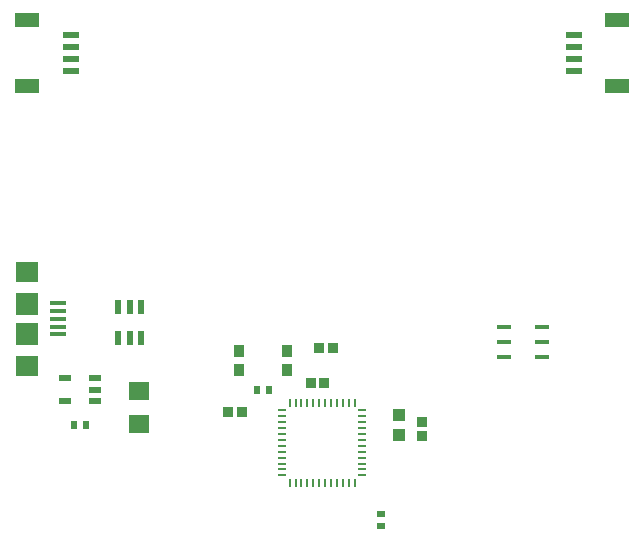
<source format=gbr>
G04 EAGLE Gerber RS-274X export*
G75*
%MOMM*%
%FSLAX34Y34*%
%LPD*%
%INSolderpaste Bottom*%
%IPPOS*%
%AMOC8*
5,1,8,0,0,1.08239X$1,22.5*%
G01*
%ADD10R,2.000000X1.200000*%
%ADD11R,1.350000X0.600000*%
%ADD12R,1.400000X0.350000*%
%ADD13R,1.900000X1.800000*%
%ADD14R,1.900000X1.900000*%
%ADD15R,1.219200X0.406400*%
%ADD16R,0.700000X0.250000*%
%ADD17R,0.250000X0.700000*%
%ADD18R,0.600000X0.700000*%
%ADD19R,0.850000X0.900000*%
%ADD20R,0.900000X0.850000*%
%ADD21R,1.000000X1.100000*%
%ADD22R,0.900000X1.000000*%
%ADD23R,0.700000X0.600000*%
%ADD24R,1.800000X1.600000*%
%ADD25R,1.100000X0.600000*%
%ADD26R,0.550000X1.200000*%


D10*
X20250Y392000D03*
X20250Y448000D03*
D11*
X57000Y405000D03*
X57000Y415000D03*
X57000Y425000D03*
X57000Y435000D03*
D10*
X519750Y448000D03*
X519750Y392000D03*
D11*
X483000Y435000D03*
X483000Y425000D03*
X483000Y415000D03*
X483000Y405000D03*
D12*
X46500Y182000D03*
X46500Y208000D03*
X46500Y188500D03*
X46500Y195000D03*
X46500Y201500D03*
D13*
X20000Y155000D03*
X20000Y235000D03*
D14*
X20000Y182300D03*
X20000Y207700D03*
D15*
X456002Y187700D03*
X456002Y175000D03*
X456002Y162300D03*
X423998Y162300D03*
X423998Y175000D03*
X423998Y187700D03*
D16*
X304000Y117500D03*
X304000Y112500D03*
X304000Y107500D03*
X304000Y102500D03*
X304000Y97500D03*
X304000Y92500D03*
X304000Y87500D03*
X304000Y82500D03*
X304000Y77500D03*
X304000Y72500D03*
X304000Y67500D03*
X304000Y62500D03*
D17*
X297500Y56000D03*
X292500Y56000D03*
X287500Y56000D03*
X282500Y56000D03*
X277500Y56000D03*
X272500Y56000D03*
X267500Y56000D03*
X262500Y56000D03*
X257500Y56000D03*
X252500Y56000D03*
X247500Y56000D03*
X242500Y56000D03*
D16*
X236000Y62500D03*
X236000Y67500D03*
X236000Y72500D03*
X236000Y77500D03*
X236000Y82500D03*
X236000Y87500D03*
X236000Y92500D03*
X236000Y97500D03*
X236000Y102500D03*
X236000Y107500D03*
X236000Y112500D03*
X236000Y117500D03*
D17*
X242500Y124000D03*
X247500Y124000D03*
X252500Y124000D03*
X257500Y124000D03*
X262500Y124000D03*
X267500Y124000D03*
X272500Y124000D03*
X277500Y124000D03*
X282500Y124000D03*
X287500Y124000D03*
X292500Y124000D03*
X297500Y124000D03*
D18*
X215000Y135000D03*
X225000Y135000D03*
D19*
X271800Y141000D03*
X260200Y141000D03*
X279300Y170650D03*
X267700Y170650D03*
D20*
X354650Y95700D03*
X354650Y107300D03*
D19*
X190700Y116350D03*
X202300Y116350D03*
D21*
X335000Y113500D03*
X335000Y96500D03*
D22*
X240500Y152000D03*
X240500Y168000D03*
X199500Y168000D03*
X199500Y152000D03*
D23*
X320000Y20000D03*
X320000Y30000D03*
D24*
X115000Y134000D03*
X115000Y106000D03*
D25*
X78000Y144500D03*
X78000Y135000D03*
X78000Y125500D03*
X52000Y125500D03*
X52000Y144500D03*
D18*
X70000Y105000D03*
X60000Y105000D03*
D26*
X97500Y205001D03*
X107000Y205001D03*
X116500Y205001D03*
X116500Y178999D03*
X97500Y178999D03*
X107000Y178999D03*
M02*

</source>
